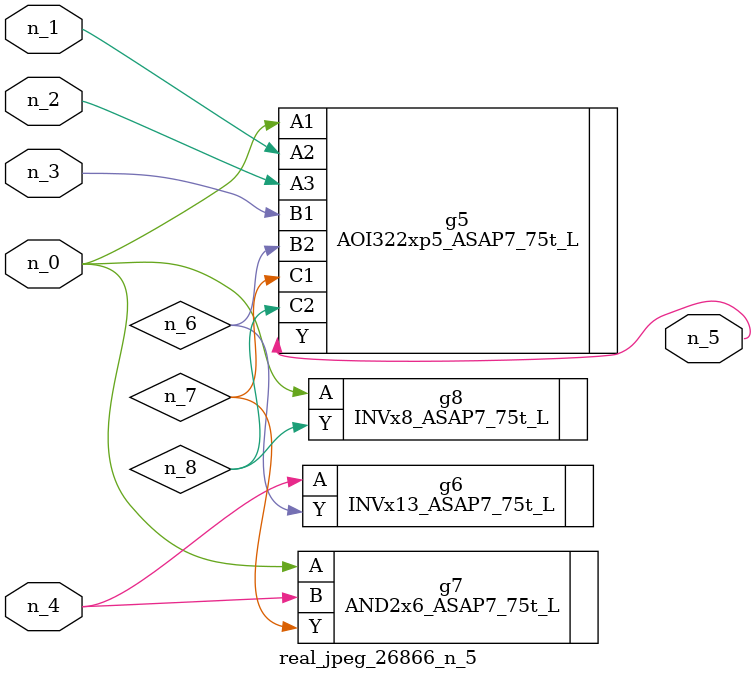
<source format=v>
module real_jpeg_26866_n_5 (n_4, n_0, n_1, n_2, n_3, n_5);

input n_4;
input n_0;
input n_1;
input n_2;
input n_3;

output n_5;

wire n_8;
wire n_6;
wire n_7;

AOI322xp5_ASAP7_75t_L g5 ( 
.A1(n_0),
.A2(n_1),
.A3(n_2),
.B1(n_3),
.B2(n_6),
.C1(n_7),
.C2(n_8),
.Y(n_5)
);

AND2x6_ASAP7_75t_L g7 ( 
.A(n_0),
.B(n_4),
.Y(n_7)
);

INVx8_ASAP7_75t_L g8 ( 
.A(n_0),
.Y(n_8)
);

INVx13_ASAP7_75t_L g6 ( 
.A(n_4),
.Y(n_6)
);


endmodule
</source>
